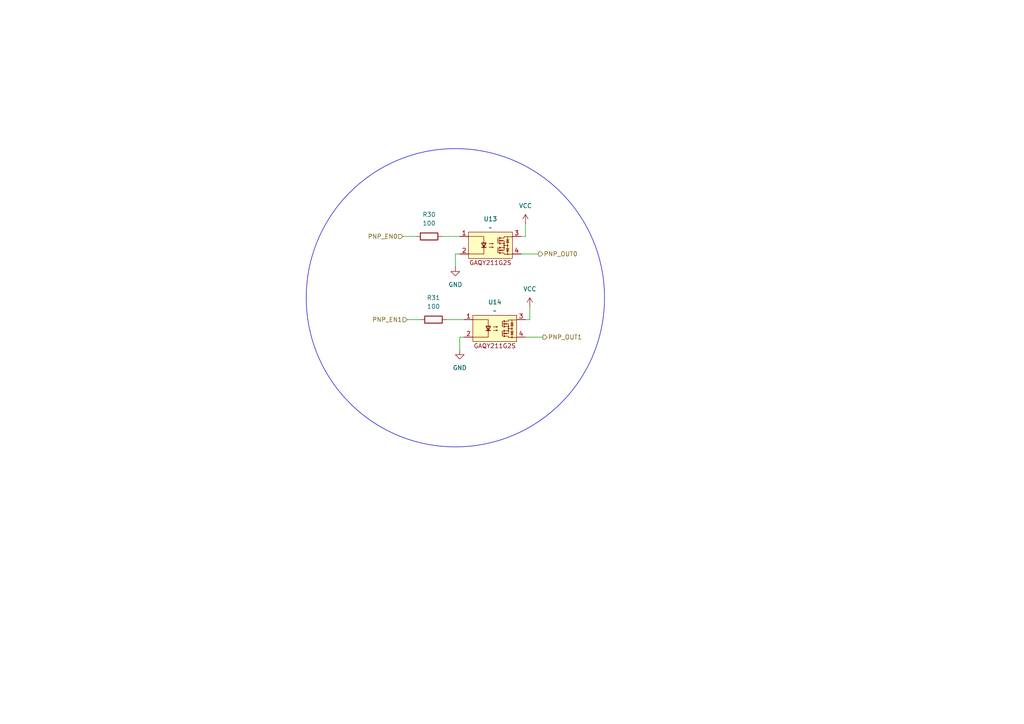
<source format=kicad_sch>
(kicad_sch (version 20250114) (generator "eeschema") (generator_version "9.0")
  (paper "A4")
  (lib_symbols
    (symbol "Device:R" (pin_numbers (hide yes)) (pin_names (offset 0))
      (property "Reference" "R" (at 2.032 0 90))
      (property "Value" "R" (at 0 0 90))
      (symbol "R_0_1"
        (rectangle (start -1.016 -2.54) (end 1.016 2.54) (stroke (width 0.254)))
      )
      (symbol "R_1_1"
        (pin passive line (at 0 3.81 270) (length 1.27) (name "~") (number "1"))
        (pin passive line (at 0 -3.81 90) (length 1.27) (name "~") (number "2"))
      )
    )
    (symbol "Riqi_Parts:GAQY211G2S"
      (property "Reference" "U" (at 0 0 0))
      (symbol "GAQY211G2S_0_1"
        (polyline (pts (xy -2.54 -2.54) (xy 1.905 -2.54) (xy 1.905 -4.445)))
        (polyline (pts (xy 1.27 -5.715) (xy 2.54 -5.715)) (stroke (width 0.254)))
        (polyline (pts (xy 1.905 -4.191) (xy 1.905 -7.62) (xy -2.54 -7.62)))
        (polyline (pts (xy 1.905 -5.715) (xy 1.27 -4.445) (xy 2.54 -4.445) (xy 1.905 -5.715)) (stroke (width 0.254)))
        (polyline (pts (xy 3.4016 -4.6346) (xy 4.6716 -4.6346) (xy 4.2906 -4.7616) (xy 4.2906 -4.5076) (xy 4.6716 -4.6346)))
        (polyline (pts (xy 3.4016 -5.6506) (xy 4.6716 -5.6506) (xy 4.2906 -5.7776) (xy 4.2906 -5.5236) (xy 4.6716 -5.6506)))
        (polyline (pts (xy 6.004 -3.0018) (xy 6.004 -4.5258)) (stroke (width 0.2032)))
        (polyline (pts (xy 6.004 -5.7958) (xy 6.004 -7.3198)) (stroke (width 0.2032)))
        (polyline (pts (xy 6.512 -2.8748) (xy 6.512 -3.1288) (xy 6.512 -3.1288)) (stroke (width 0.3556)))
        (polyline (pts (xy 6.512 -3.6368) (xy 6.512 -3.8908) (xy 6.512 -3.8908)) (stroke (width 0.3556)))
        (polyline (pts (xy 6.512 -4.3988) (xy 6.512 -4.6528) (xy 6.512 -4.6528)) (stroke (width 0.3556)))
        (polyline (pts (xy 6.512 -5.6688) (xy 6.512 -5.9228)) (stroke (width 0.3556)))
        (polyline (pts (xy 6.512 -6.4308) (xy 6.512 -6.6848) (xy 6.512 -6.6848)) (stroke (width 0.3556)))
        (polyline (pts (xy 6.512 -7.1928) (xy 6.512 -7.4468) (xy 6.512 -7.4468)) (stroke (width 0.3556)))
        (polyline (pts (xy 6.639 -3.0018) (xy 7.782 -3.0018) (xy 7.782 -2.6208) (xy 10.068 -2.6208)))
        (polyline (pts (xy 6.639 -3.7638) (xy 7.782 -3.7638) (xy 7.782 -4.5258)))
        (polyline (pts (xy 6.639 -5.7958) (xy 7.782 -5.7958) (xy 7.782 -4.5258) (xy 6.639 -4.5258)))
        (polyline (pts (xy 6.639 -6.5578) (xy 7.782 -6.5578) (xy 7.782 -5.7958)))
        (polyline (pts (xy 6.639 -7.3198) (xy 7.782 -7.3198) (xy 7.782 -7.7008) (xy 10.068 -7.7008)))
        (polyline (pts (xy 6.766 -3.7638) (xy 7.274 -3.6368) (xy 7.274 -3.8908) (xy 6.766 -3.7638)))
        (polyline (pts (xy 6.766 -6.5578) (xy 7.274 -6.4308) (xy 7.274 -6.6848) (xy 6.766 -6.5578)))
        (circle (center 7.782 -4.5258) (radius 0.127))
        (polyline (pts (xy 7.782 -5.1608) (xy 8.798 -5.1608)))
        (circle (center 7.782 -5.1608) (radius 0.127))
        (circle (center 7.782 -5.7958) (radius 0.127))
        (polyline (pts (xy 8.417 -3.5098) (xy 9.179 -3.5098)))
        (polyline (pts (xy 8.417 -6.8118) (xy 9.179 -6.8118)))
        (polyline (pts (xy 8.798 -3.5098) (xy 8.417 -4.2718) (xy 9.179 -4.2718) (xy 8.798 -3.5098)))
        (circle (center 8.798 -5.1608) (radius 0.127))
        (polyline (pts (xy 8.798 -6.8118) (xy 8.417 -6.0498) (xy 9.179 -6.0498) (xy 8.798 -6.8118)))
        (polyline (pts (xy 8.798 -7.7008) (xy 8.798 -2.6208)))
        (circle (center 8.798 -7.7008) (radius 0.127))
      )
      (symbol "GAQY211G2S_1_1"
        (rectangle (start -2.54 -1.27) (end 10.16 -8.89) (fill (type background)))
        (text "GAQY211G2S\n" (at 3.81 -10.16 0) (effects (font (size 1.27 1.27))))
        (pin input line (at -5.08 -2.54 0) (length 2.54) (name "") (number "1"))
        (pin input line (at -5.08 -7.62 0) (length 2.54) (name "") (number "2"))
        (pin input line (at 12.7 -2.54 180) (length 2.54) (name "") (number "3"))
        (pin input line (at 12.7 -7.62 180) (length 2.54) (name "") (number "4"))
      )
    )
    (symbol "power:GND" (power) (pin_numbers (hide yes)) (pin_names (offset 0) (hide yes))
      (property "Value" "GND" (at 0 -3.81 0))
      (symbol "GND_0_1"
        (polyline (pts (xy 0 0) (xy 0 -1.27) (xy 1.27 -1.27) (xy 0 -2.54) (xy -1.27 -1.27) (xy 0 -1.27)))
      )
      (symbol "GND_1_1"
        (pin power_in line (at 0 0 270) (length 0) (name "~") (number "1"))
      )
    )
    (symbol "power:VCC" (power) (pin_numbers (hide yes)) (pin_names (offset 0) (hide yes))
      (property "Value" "VCC" (at 0 3.556 0))
      (symbol "VCC_0_1"
        (polyline (pts (xy -0.762 1.27) (xy 0 2.54)))
        (polyline (pts (xy 0 2.54) (xy 0.762 1.27)))
        (polyline (pts (xy 0 0) (xy 0 2.54)))
      )
      (symbol "VCC_1_1"
        (pin power_in line (at 0 0 90) (length 0) (name "~") (number "1"))
      )
    )
  )
  (circle (center 132.08 86.36) (radius 43.2546))
  (wire (pts (xy 118.11 92.71) (xy 121.92 92.71)))
  (wire (pts (xy 128.27 68.58) (xy 133.35 68.58)))
  (wire (pts (xy 151.13 68.58) (xy 152.4 68.58)))
  (wire (pts (xy 153.67 92.71) (xy 153.67 88.9)))
  (wire (pts (xy 129.54 92.71) (xy 134.62 92.71)))
  (wire (pts (xy 152.4 97.79) (xy 157.48 97.79)))
  (wire (pts (xy 133.35 101.6) (xy 133.35 97.79)))
  (wire (pts (xy 132.08 77.47) (xy 132.08 73.66)))
  (wire (pts (xy 133.35 97.79) (xy 134.62 97.79)))
  (wire (pts (xy 116.84 68.58) (xy 120.65 68.58)))
  (wire (pts (xy 132.08 73.66) (xy 133.35 73.66)))
  (wire (pts (xy 152.4 92.71) (xy 153.67 92.71)))
  (wire (pts (xy 151.13 73.66) (xy 156.21 73.66)))
  (wire (pts (xy 152.4 68.58) (xy 152.4 64.77)))
  (hierarchical_label "PNP_OUT1" (shape output) (at 157.48 97.79 0))
  (hierarchical_label "PNP_OUT0" (shape output) (at 156.21 73.66 0))
  (hierarchical_label "PNP_EN0" (shape input) (at 116.84 68.58 180))
  (hierarchical_label "PNP_EN1" (shape input) (at 118.11 92.71 180))
  (symbol (lib_id "Riqi_Parts:GAQY211G2S") (at 139.7 90.17 0) (unit 1)
    (property "Reference" "U14" (at 143.51 87.63 0))
    (property "Value" "~" (at 143.51 90.17 0))
    (property "Footprint" "Package_SO:SO-4_4.4x4.3mm_P2.54mm" (effects (hide yes)))
    (property "Datasheet" "https://lcsc.com/datasheet/lcsc_datasheet_2411220035_SUPSiC-GAQY211G2S_C7435104.pdf" (effects (hide yes)))
    (instances (project "NIVARA" (path "" (reference "U14") (unit 1))) (project "NIVARA_ZorionX_BOARD" (path "" (reference "U?") (unit 1))))
  )
  (symbol (lib_id "Riqi_Parts:GAQY211G2S") (at 138.43 66.04 0) (unit 1)
    (property "Reference" "U13" (at 142.24 63.5 0))
    (property "Value" "~" (at 142.24 66.04 0))
    (property "Footprint" "Package_SO:SO-4_4.4x4.3mm_P2.54mm" (effects (hide yes)))
    (property "Datasheet" "https://lcsc.com/datasheet/lcsc_datasheet_2411220035_SUPSiC-GAQY211G2S_C7435104.pdf" (effects (hide yes)))
    (instances (project "" (path "" (reference "U13") (unit 1))) (project "NIVARA_ZorionX_BOARD" (path "" (reference "U?") (unit 1))))
  )
  (symbol (lib_id "power:GND") (at 133.35 101.6 0) (unit 1)
    (property "Reference" "#PWR062" (effects (hide yes)))
    (property "Value" "GND" (at 133.35 106.68 0))
    (property "Description" "Power symbol creates a global label with name \"GND\" , ground" (effects (hide yes)))
    (instances (project "NIVARA" (path "" (reference "#PWR062") (unit 1))) (project "NIVARA_ZorionX_BOARD" (path "" (reference "#PWR?") (unit 1))))
  )
  (symbol (lib_id "power:VCC") (at 153.67 88.9 0) (unit 1)
    (property "Reference" "#PWR064" (effects (hide yes)))
    (property "Value" "VCC" (at 153.67 83.82 0))
    (property "Description" "Power symbol creates a global label with name \"VCC\"" (effects (hide yes)))
    (instances (project "NIVARA" (path "" (reference "#PWR064") (unit 1))) (project "NIVARA_ZorionX_BOARD" (path "" (reference "#PWR?") (unit 1))))
  )
  (symbol (lib_id "power:GND") (at 132.08 77.47 0) (unit 1)
    (property "Reference" "#PWR061" (effects (hide yes)))
    (property "Value" "GND" (at 132.08 82.55 0))
    (property "Description" "Power symbol creates a global label with name \"GND\" , ground" (effects (hide yes)))
    (instances (project "NIVARA" (path "" (reference "#PWR061") (unit 1))) (project "NIVARA_ZorionX_BOARD" (path "" (reference "#PWR?") (unit 1))))
  )
  (symbol (lib_id "Device:R") (at 125.73 92.71 90) (unit 1)
    (property "Reference" "R31" (at 125.73 86.36 90))
    (property "Value" "100" (at 125.73 88.9 90))
    (property "Footprint" "Resistor_SMD:R_0603_1608Metric" (effects (hide yes)))
    (property "Description" "Resistor" (effects (hide yes)))
    (instances (project "NIVARA" (path "" (reference "R31") (unit 1))) (project "NIVARA_ZorionX_BOARD" (path "" (reference "R?") (unit 1))))
  )
  (symbol (lib_id "Device:R") (at 124.46 68.58 90) (unit 1)
    (property "Reference" "R30" (at 124.46 62.23 90))
    (property "Value" "100" (at 124.46 64.77 90))
    (property "Footprint" "Resistor_SMD:R_0603_1608Metric" (effects (hide yes)))
    (property "Description" "Resistor" (effects (hide yes)))
    (instances (project "NIVARA" (path "" (reference "R30") (unit 1))) (project "NIVARA_ZorionX_BOARD" (path "" (reference "R?") (unit 1))))
  )
  (symbol (lib_id "power:VCC") (at 152.4 64.77 0) (unit 1)
    (property "Reference" "#PWR063" (effects (hide yes)))
    (property "Value" "VCC" (at 152.4 59.69 0))
    (property "Description" "Power symbol creates a global label with name \"VCC\"" (effects (hide yes)))
    (instances (project "NIVARA" (path "" (reference "#PWR063") (unit 1))) (project "NIVARA_ZorionX_BOARD" (path "" (reference "#PWR?") (unit 1))))
  )
)
</source>
